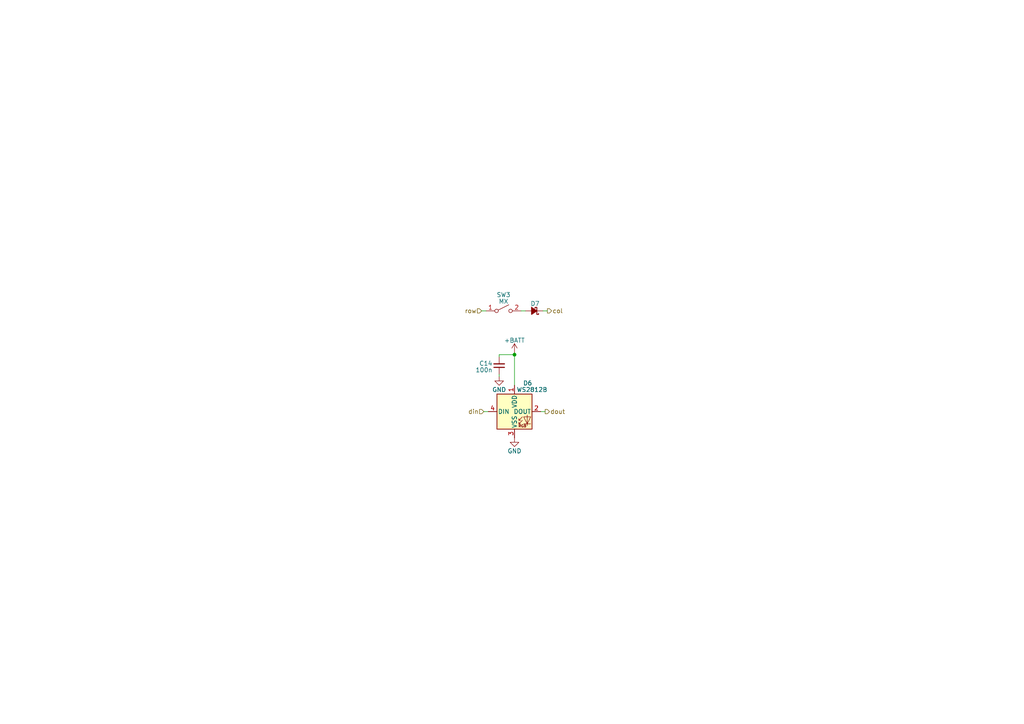
<source format=kicad_sch>
(kicad_sch (version 20231120) (generator "eeschema") (generator_version "8.0")
  (paper "A4")
  (lib_symbols
    (symbol "Device:C_Small" (pin_numbers hide) (pin_names (offset 0.254) hide)
      (property "Reference" "C" (at 0.254 1.778 0))
      (property "Value" "C_Small" (at 0.254 -2.032 0))
      (symbol "C_Small_0_1"
        (polyline (pts (xy -1.524 -0.508) (xy 1.524 -0.508)) (stroke (width 0.3302)))
        (polyline (pts (xy -1.524 0.508) (xy 1.524 0.508)) (stroke (width 0.3048)))
      )
      (symbol "C_Small_1_1"
        (pin passive line (at 0 2.54 270) (length 2.032) (name "~") (number "1"))
        (pin passive line (at 0 -2.54 90) (length 2.032) (name "~") (number "2"))
      )
    )
    (symbol "Device:D_Schottky_Small_Filled" (pin_numbers hide) (pin_names (offset 0.254) hide)
      (property "Reference" "D" (at -1.27 2.032 0))
      (property "Value" "D_Schottky_Small_Filled" (at -7.112 -2.032 0))
      (symbol "D_Schottky_Small_Filled_0_1"
        (polyline (pts (xy -0.762 0) (xy 0.762 0)))
        (polyline (pts (xy 0.762 -1.016) (xy -0.762 0) (xy 0.762 1.016) (xy 0.762 -1.016)) (stroke (width 0.254)) (fill (type outline)))
        (polyline (pts (xy -1.27 0.762) (xy -1.27 1.016) (xy -0.762 1.016) (xy -0.762 -1.016) (xy -0.254 -1.016) (xy -0.254 -0.762)) (stroke (width 0.254)))
      )
      (symbol "D_Schottky_Small_Filled_1_1"
        (pin passive line (at -2.54 0 0) (length 1.778) (name "K") (number "1"))
        (pin passive line (at 2.54 0 180) (length 1.778) (name "A") (number "2"))
      )
    )
    (symbol "LED:WS2812B" (pin_names (offset 0.254))
      (property "Reference" "D" (at 5.08 5.715 0))
      (property "Value" "WS2812B" (at 1.27 -5.715 0))
      (symbol "WS2812B_0_0"
        (text "RGB" (at 2.286 -4.191 0) (effects (font (size 0.762 0.762))))
      )
      (symbol "WS2812B_0_1"
        (polyline (pts (xy 1.27 -3.556) (xy 1.778 -3.556)))
        (polyline (pts (xy 1.27 -2.54) (xy 1.778 -2.54)))
        (polyline (pts (xy 4.699 -3.556) (xy 2.667 -3.556)))
        (polyline (pts (xy 2.286 -2.54) (xy 1.27 -3.556) (xy 1.27 -3.048)))
        (polyline (pts (xy 2.286 -1.524) (xy 1.27 -2.54) (xy 1.27 -2.032)))
        (polyline (pts (xy 3.683 -1.016) (xy 3.683 -3.556) (xy 3.683 -4.064)))
        (polyline (pts (xy 4.699 -1.524) (xy 2.667 -1.524) (xy 3.683 -3.556) (xy 4.699 -1.524)))
        (rectangle (start 5.08 5.08) (end -5.08 -5.08) (stroke (width 0.254)) (fill (type background)))
      )
      (symbol "WS2812B_1_1"
        (pin power_in line (at 0 7.62 270) (length 2.54) (name "VDD") (number "1"))
        (pin output line (at 7.62 0 180) (length 2.54) (name "DOUT") (number "2"))
        (pin power_in line (at 0 -7.62 90) (length 2.54) (name "VSS") (number "3"))
        (pin input line (at -7.62 0 0) (length 2.54) (name "DIN") (number "4"))
      )
    )
    (symbol "Switch:SW_SPST" (pin_names (offset 0) hide)
      (property "Reference" "SW" (at 0 3.175 0))
      (property "Value" "SW_SPST" (at 0 -2.54 0))
      (symbol "SW_SPST_0_0"
        (circle (center -2.032 0) (radius 0.508))
        (polyline (pts (xy -1.524 0.254) (xy 1.524 1.778)))
        (circle (center 2.032 0) (radius 0.508))
      )
      (symbol "SW_SPST_1_1"
        (pin passive line (at -5.08 0 0) (length 2.54) (name "A") (number "1"))
        (pin passive line (at 5.08 0 180) (length 2.54) (name "B") (number "2"))
      )
    )
    (symbol "power:+BATT" (power) (pin_names (offset 0))
      (property "Value" "+BATT" (at 0 3.556 0))
      (symbol "+BATT_0_1"
        (polyline (pts (xy -0.762 1.27) (xy 0 2.54)))
        (polyline (pts (xy 0 0) (xy 0 2.54)))
        (polyline (pts (xy 0 2.54) (xy 0.762 1.27)))
      )
      (symbol "+BATT_1_1"
        (pin power_in line (at 0 0 90) (length 0) hide (name "+BATT") (number "1"))
      )
    )
    (symbol "power:GND" (power) (pin_names (offset 0))
      (property "Value" "GND" (at 0 -3.81 0))
      (symbol "GND_0_1"
        (polyline (pts (xy 0 0) (xy 0 -1.27) (xy 1.27 -1.27) (xy 0 -2.54) (xy -1.27 -1.27) (xy 0 -1.27)))
      )
      (symbol "GND_1_1"
        (pin power_in line (at 0 0 270) (length 0) hide (name "GND") (number "1"))
      )
    )
  )
  (junction (at 149.225 102.87))
  (wire (pts (xy 157.48 90.17) (xy 158.75 90.17)))
  (wire (pts (xy 158.115 119.38) (xy 156.845 119.38)))
  (wire (pts (xy 144.78 103.505) (xy 144.78 102.87)))
  (wire (pts (xy 144.78 109.22) (xy 144.78 108.585)))
  (wire (pts (xy 144.78 102.87) (xy 149.225 102.87)))
  (wire (pts (xy 149.225 102.235) (xy 149.225 102.87)))
  (wire (pts (xy 140.335 119.38) (xy 141.605 119.38)))
  (wire (pts (xy 139.7 90.17) (xy 140.97 90.17)))
  (wire (pts (xy 151.13 90.17) (xy 152.4 90.17)))
  (wire (pts (xy 149.225 102.87) (xy 149.225 111.76)))
  (hierarchical_label "din" (shape input) (at 140.335 119.38 180))
  (hierarchical_label "dout" (shape output) (at 158.115 119.38 0))
  (hierarchical_label "col" (shape output) (at 158.75 90.17 0))
  (hierarchical_label "row" (shape input) (at 139.7 90.17 180))
  (symbol (lib_id "Switch:SW_SPST") (at 146.05 90.17 0) (unit 1)
    (property "Reference" "SW3" (at 146.05 85.5091 0))
    (property "Value" "MX" (at 146.05 87.4301 0))
    (property "Footprint" "Button_Switch_Keyboard:SW_Cherry_MX_1.00u_PCB" (effects (hide yes)))
    (instances (project "keyboard" (path "" (reference "SW3") (unit 1)) (path "" (reference "SW4") (unit 1)) (path "" (reference "SW5") (unit 1)) (path "" (reference "SW7") (unit 1)) (path "" (reference "SW6") (unit 1)) (path "" (reference "SW8") (unit 1)) (path "" (reference "SW10") (unit 1)) (path "" (reference "SW9") (unit 1)) (path "" (reference "SW11") (unit 1)) (path "" (reference "SW18") (unit 1)) (path "" (reference "SW20") (unit 1)) (path "" (reference "SW17") (unit 1)) (path "" (reference "SW19") (unit 1)) (path "" (reference "SW15") (unit 1)) (path "" (reference "SW14") (unit 1)) (path "" (reference "SW13") (unit 1)) (path "" (reference "SW16") (unit 1)) (path "" (reference "SW12") (unit 1)) (path "" (reference "SW23") (unit 1)) (path "" (reference "SW21") (unit 1)) (path "" (reference "SW25") (unit 1)) (path "" (reference "SW22") (unit 1)) (path "" (reference "SW28") (unit 1)) (path "" (reference "SW27") (unit 1)) (path "" (reference "SW26") (unit 1)) (path "" (reference "SW24") (unit 1)) (path "" (reference "SW29") (unit 1)) (path "" (reference "SW36") (unit 1)) (path "" (reference "SW38") (unit 1)) (path "" (reference "SW35") (unit 1)) (path "" (reference "SW37") (unit 1)) (path "" (reference "SW33") (unit 1)) (path "" (reference "SW31") (unit 1)) (path "" (reference "SW30") (unit 1)) (path "" (reference "SW34") (unit 1)) (path "" (reference "SW32") (unit 1)) (path "" (reference "SW45") (unit 1)) (path "" (reference "SW47") (unit 1)) (path "" (reference "SW40") (unit 1)) (path "" (reference "SW43") (unit 1)) (path "" (reference "SW42") (unit 1)) (path "" (reference "SW41") (unit 1)) (path "" (reference "SW39") (unit 1)) (path "" (reference "SW44") (unit 1)) (path "" (reference "SW46") (unit 1))))
  )
  (symbol (lib_id "power:GND") (at 149.225 127 0) (unit 1)
    (property "Reference" "#PWR047" (effects (hide yes)))
    (property "Value" "GND" (at 149.225 130.81 0))
    (instances (project "keyboard" (path "" (reference "#PWR047") (unit 1)) (path "" (reference "#PWR050") (unit 1)) (path "" (reference "#PWR053") (unit 1)) (path "" (reference "#PWR059") (unit 1)) (path "" (reference "#PWR056") (unit 1)) (path "" (reference "#PWR062") (unit 1)) (path "" (reference "#PWR068") (unit 1)) (path "" (reference "#PWR065") (unit 1)) (path "" (reference "#PWR071") (unit 1)) (path "" (reference "#PWR092") (unit 1)) (path "" (reference "#PWR098") (unit 1)) (path "" (reference "#PWR089") (unit 1)) (path "" (reference "#PWR095") (unit 1)) (path "" (reference "#PWR083") (unit 1)) (path "" (reference "#PWR080") (unit 1)) (path "" (reference "#PWR077") (unit 1)) (path "" (reference "#PWR086") (unit 1)) (path "" (reference "#PWR074") (unit 1)) (path "" (reference "#PWR0107") (unit 1)) (path "" (reference "#PWR0101") (unit 1)) (path "" (reference "#PWR0113") (unit 1)) (path "" (reference "#PWR0104") (unit 1)) (path "" (reference "#PWR0122") (unit 1)) (path "" (reference "#PWR0119") (unit 1)) (path "" (reference "#PWR0116") (unit 1)) (path "" (reference "#PWR0110") (unit 1)) (path "" (reference "#PWR0125") (unit 1)) (path "" (reference "#PWR0146") (unit 1)) (path "" (reference "#PWR0152") (unit 1)) (path "" (reference "#PWR0143") (unit 1)) (path "" (reference "#PWR0149") (unit 1)) (path "" (reference "#PWR0137") (unit 1)) (path "" (reference "#PWR0131") (unit 1)) (path "" (reference "#PWR0128") (unit 1)) (path "" (reference "#PWR0140") (unit 1)) (path "" (reference "#PWR0134") (unit 1)) (path "" (reference "#PWR0173") (unit 1)) (path "" (reference "#PWR0179") (unit 1)) (path "" (reference "#PWR0158") (unit 1)) (path "" (reference "#PWR0167") (unit 1)) (path "" (reference "#PWR0164") (unit 1)) (path "" (reference "#PWR0161") (unit 1)) (path "" (reference "#PWR0155") (unit 1)) (path "" (reference "#PWR0170") (unit 1)) (path "" (reference "#PWR0176") (unit 1))))
  )
  (symbol (lib_id "power:+BATT") (at 149.225 102.235 0) (unit 1)
    (property "Reference" "#PWR046" (effects (hide yes)))
    (property "Value" "+BATT" (at 149.225 98.7331 0))
    (instances (project "keyboard" (path "" (reference "#PWR046") (unit 1)) (path "" (reference "#PWR049") (unit 1)) (path "" (reference "#PWR052") (unit 1)) (path "" (reference "#PWR058") (unit 1)) (path "" (reference "#PWR055") (unit 1)) (path "" (reference "#PWR061") (unit 1)) (path "" (reference "#PWR067") (unit 1)) (path "" (reference "#PWR064") (unit 1)) (path "" (reference "#PWR070") (unit 1)) (path "" (reference "#PWR091") (unit 1)) (path "" (reference "#PWR097") (unit 1)) (path "" (reference "#PWR088") (unit 1)) (path "" (reference "#PWR094") (unit 1)) (path "" (reference "#PWR082") (unit 1)) (path "" (reference "#PWR079") (unit 1)) (path "" (reference "#PWR076") (unit 1)) (path "" (reference "#PWR085") (unit 1)) (path "" (reference "#PWR073") (unit 1)) (path "" (reference "#PWR0106") (unit 1)) (path "" (reference "#PWR0100") (unit 1)) (path "" (reference "#PWR0112") (unit 1)) (path "" (reference "#PWR0103") (unit 1)) (path "" (reference "#PWR0121") (unit 1)) (path "" (reference "#PWR0118") (unit 1)) (path "" (reference "#PWR0115") (unit 1)) (path "" (reference "#PWR0109") (unit 1)) (path "" (reference "#PWR0124") (unit 1)) (path "" (reference "#PWR0145") (unit 1)) (path "" (reference "#PWR0151") (unit 1)) (path "" (reference "#PWR0142") (unit 1)) (path "" (reference "#PWR0148") (unit 1)) (path "" (reference "#PWR0136") (unit 1)) (path "" (reference "#PWR0130") (unit 1)) (path "" (reference "#PWR0127") (unit 1)) (path "" (reference "#PWR0139") (unit 1)) (path "" (reference "#PWR0133") (unit 1)) (path "" (reference "#PWR0172") (unit 1)) (path "" (reference "#PWR0178") (unit 1)) (path "" (reference "#PWR0157") (unit 1)) (path "" (reference "#PWR0166") (unit 1)) (path "" (reference "#PWR0163") (unit 1)) (path "" (reference "#PWR0160") (unit 1)) (path "" (reference "#PWR0154") (unit 1)) (path "" (reference "#PWR0169") (unit 1)) (path "" (reference "#PWR0175") (unit 1))))
  )
  (symbol (lib_id "power:GND") (at 144.78 109.22 0) (unit 1)
    (property "Reference" "#PWR045" (effects (hide yes)))
    (property "Value" "GND" (at 144.78 113.03 0))
    (instances (project "keyboard" (path "" (reference "#PWR045") (unit 1)) (path "" (reference "#PWR048") (unit 1)) (path "" (reference "#PWR051") (unit 1)) (path "" (reference "#PWR057") (unit 1)) (path "" (reference "#PWR054") (unit 1)) (path "" (reference "#PWR060") (unit 1)) (path "" (reference "#PWR066") (unit 1)) (path "" (reference "#PWR063") (unit 1)) (path "" (reference "#PWR069") (unit 1)) (path "" (reference "#PWR090") (unit 1)) (path "" (reference "#PWR096") (unit 1)) (path "" (reference "#PWR087") (unit 1)) (path "" (reference "#PWR093") (unit 1)) (path "" (reference "#PWR081") (unit 1)) (path "" (reference "#PWR078") (unit 1)) (path "" (reference "#PWR075") (unit 1)) (path "" (reference "#PWR084") (unit 1)) (path "" (reference "#PWR072") (unit 1)) (path "" (reference "#PWR0105") (unit 1)) (path "" (reference "#PWR099") (unit 1)) (path "" (reference "#PWR0111") (unit 1)) (path "" (reference "#PWR0102") (unit 1)) (path "" (reference "#PWR0120") (unit 1)) (path "" (reference "#PWR0117") (unit 1)) (path "" (reference "#PWR0114") (unit 1)) (path "" (reference "#PWR0108") (unit 1)) (path "" (reference "#PWR0123") (unit 1)) (path "" (reference "#PWR0144") (unit 1)) (path "" (reference "#PWR0150") (unit 1)) (path "" (reference "#PWR0141") (unit 1)) (path "" (reference "#PWR0147") (unit 1)) (path "" (reference "#PWR0135") (unit 1)) (path "" (reference "#PWR0129") (unit 1)) (path "" (reference "#PWR0126") (unit 1)) (path "" (reference "#PWR0138") (unit 1)) (path "" (reference "#PWR0132") (unit 1)) (path "" (reference "#PWR0171") (unit 1)) (path "" (reference "#PWR0177") (unit 1)) (path "" (reference "#PWR0156") (unit 1)) (path "" (reference "#PWR0165") (unit 1)) (path "" (reference "#PWR0162") (unit 1)) (path "" (reference "#PWR0159") (unit 1)) (path "" (reference "#PWR0153") (unit 1)) (path "" (reference "#PWR0168") (unit 1)) (path "" (reference "#PWR0174") (unit 1))))
  )
  (symbol (lib_id "Device:D_Schottky_Small_Filled") (at 154.94 90.17 180) (unit 1)
    (property "Reference" "D7" (at 155.194 88.0651 0))
    (property "Value" "D_Schottky_Small_Filled" (effects (hide yes)))
    (property "Footprint" "Diode_SMD:D_SOD-123F" (effects (hide yes)))
    (instances (project "keyboard" (path "" (reference "D7") (unit 1)) (path "" (reference "D9") (unit 1)) (path "" (reference "D11") (unit 1)) (path "" (reference "D15") (unit 1)) (path "" (reference "D13") (unit 1)) (path "" (reference "D17") (unit 1)) (path "" (reference "D21") (unit 1)) (path "" (reference "D19") (unit 1)) (path "" (reference "D23") (unit 1)) (path "" (reference "D37") (unit 1)) (path "" (reference "D41") (unit 1)) (path "" (reference "D35") (unit 1)) (path "" (reference "D39") (unit 1)) (path "" (reference "D31") (unit 1)) (path "" (reference "D29") (unit 1)) (path "" (reference "D27") (unit 1)) (path "" (reference "D33") (unit 1)) (path "" (reference "D25") (unit 1)) (path "" (reference "D47") (unit 1)) (path "" (reference "D43") (unit 1)) (path "" (reference "D51") (unit 1)) (path "" (reference "D45") (unit 1)) (path "" (reference "D57") (unit 1)) (path "" (reference "D55") (unit 1)) (path "" (reference "D53") (unit 1)) (path "" (reference "D49") (unit 1)) (path "" (reference "D59") (unit 1)) (path "" (reference "D73") (unit 1)) (path "" (reference "D77") (unit 1)) (path "" (reference "D71") (unit 1)) (path "" (reference "D75") (unit 1)) (path "" (reference "D67") (unit 1)) (path "" (reference "D63") (unit 1)) (path "" (reference "D61") (unit 1)) (path "" (reference "D69") (unit 1)) (path "" (reference "D65") (unit 1)) (path "" (reference "D91") (unit 1)) (path "" (reference "D95") (unit 1)) (path "" (reference "D81") (unit 1)) (path "" (reference "D87") (unit 1)) (path "" (reference "D85") (unit 1)) (path "" (reference "D83") (unit 1)) (path "" (reference "D79") (unit 1)) (path "" (reference "D89") (unit 1)) (path "" (reference "D93") (unit 1))))
  )
  (symbol (lib_id "Device:C_Small") (at 144.78 106.045 0) (mirror x) (unit 1)
    (property "Reference" "C14" (at 142.875 105.41 0) (effects (justify right)))
    (property "Value" "100n" (at 142.875 107.315 0) (effects (justify right)))
    (property "Footprint" "Capacitor_SMD:C_0603_1608Metric" (effects (hide yes)))
    (instances (project "keyboard" (path "" (reference "C14") (unit 1)) (path "" (reference "C15") (unit 1)) (path "" (reference "C16") (unit 1)) (path "" (reference "C18") (unit 1)) (path "" (reference "C17") (unit 1)) (path "" (reference "C19") (unit 1)) (path "" (reference "C21") (unit 1)) (path "" (reference "C20") (unit 1)) (path "" (reference "C22") (unit 1)) (path "" (reference "C29") (unit 1)) (path "" (reference "C31") (unit 1)) (path "" (reference "C28") (unit 1)) (path "" (reference "C30") (unit 1)) (path "" (reference "C26") (unit 1)) (path "" (reference "C25") (unit 1)) (path "" (reference "C24") (unit 1)) (path "" (reference "C27") (unit 1)) (path "" (reference "C23") (unit 1)) (path "" (reference "C34") (unit 1)) (path "" (reference "C32") (unit 1)) (path "" (reference "C36") (unit 1)) (path "" (reference "C33") (unit 1)) (path "" (reference "C39") (unit 1)) (path "" (reference "C38") (unit 1)) (path "" (reference "C37") (unit 1)) (path "" (reference "C35") (unit 1)) (path "" (reference "C40") (unit 1)) (path "" (reference "C47") (unit 1)) (path "" (reference "C49") (unit 1)) (path "" (reference "C46") (unit 1)) (path "" (reference "C48") (unit 1)) (path "" (reference "C44") (unit 1)) (path "" (reference "C42") (unit 1)) (path "" (reference "C41") (unit 1)) (path "" (reference "C45") (unit 1)) (path "" (reference "C43") (unit 1)) (path "" (reference "C56") (unit 1)) (path "" (reference "C58") (unit 1)) (path "" (reference "C51") (unit 1)) (path "" (reference "C54") (unit 1)) (path "" (reference "C53") (unit 1)) (path "" (reference "C52") (unit 1)) (path "" (reference "C50") (unit 1)) (path "" (reference "C55") (unit 1)) (path "" (reference "C57") (unit 1))))
  )
  (symbol (lib_id "LED:WS2812B") (at 149.225 119.38 0) (unit 1)
    (property "Reference" "D6" (at 153.035 111.125 0))
    (property "Value" "WS2812B" (at 154.305 113.03 0))
    (property "Footprint" "LED_SMD:LED_SK6812MINI_PLCC4_3.5x3.5mm_P1.75mm" (effects (hide yes)))
    (property "Datasheet" "https://cdn-shop.adafruit.com/datasheets/WS2812B.pdf" (effects (hide yes)))
    (instances (project "keyboard" (path "" (reference "D6") (unit 1)) (path "" (reference "D8") (unit 1)) (path "" (reference "D10") (unit 1)) (path "" (reference "D14") (unit 1)) (path "" (reference "D12") (unit 1)) (path "" (reference "D16") (unit 1)) (path "" (reference "D20") (unit 1)) (path "" (reference "D18") (unit 1)) (path "" (reference "D22") (unit 1)) (path "" (reference "D36") (unit 1)) (path "" (reference "D40") (unit 1)) (path "" (reference "D34") (unit 1)) (path "" (reference "D38") (unit 1)) (path "" (reference "D30") (unit 1)) (path "" (reference "D28") (unit 1)) (path "" (reference "D26") (unit 1)) (path "" (reference "D32") (unit 1)) (path "" (reference "D24") (unit 1)) (path "" (reference "D46") (unit 1)) (path "" (reference "D42") (unit 1)) (path "" (reference "D50") (unit 1)) (path "" (reference "D44") (unit 1)) (path "" (reference "D56") (unit 1)) (path "" (reference "D54") (unit 1)) (path "" (reference "D52") (unit 1)) (path "" (reference "D48") (unit 1)) (path "" (reference "D58") (unit 1)) (path "" (reference "D72") (unit 1)) (path "" (reference "D76") (unit 1)) (path "" (reference "D70") (unit 1)) (path "" (reference "D74") (unit 1)) (path "" (reference "D66") (unit 1)) (path "" (reference "D62") (unit 1)) (path "" (reference "D60") (unit 1)) (path "" (reference "D68") (unit 1)) (path "" (reference "D64") (unit 1)) (path "" (reference "D90") (unit 1)) (path "" (reference "D94") (unit 1)) (path "" (reference "D80") (unit 1)) (path "" (reference "D86") (unit 1)) (path "" (reference "D84") (unit 1)) (path "" (reference "D82") (unit 1)) (path "" (reference "D78") (unit 1)) (path "" (reference "D88") (unit 1)) (path "" (reference "D92") (unit 1))))
  )
)
</source>
